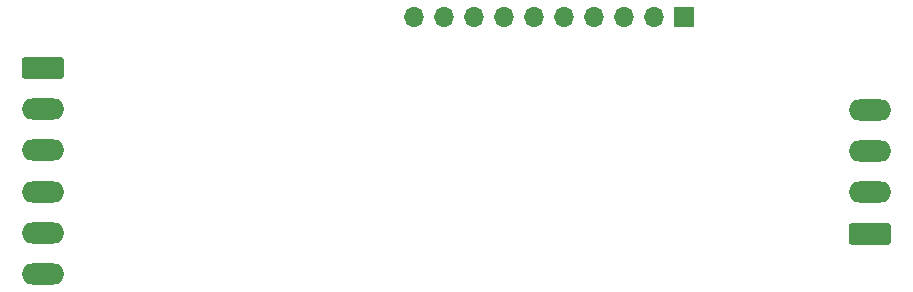
<source format=gbs>
%TF.GenerationSoftware,KiCad,Pcbnew,9.0.3*%
%TF.CreationDate,2025-12-31T10:25:08+01:00*%
%TF.ProjectId,REG1-App-OneWire,52454731-2d41-4707-902d-4f6e65576972,V01.10*%
%TF.SameCoordinates,Original*%
%TF.FileFunction,Soldermask,Bot*%
%TF.FilePolarity,Negative*%
%FSLAX46Y46*%
G04 Gerber Fmt 4.6, Leading zero omitted, Abs format (unit mm)*
G04 Created by KiCad (PCBNEW 9.0.3) date 2025-12-31 10:25:08*
%MOMM*%
%LPD*%
G01*
G04 APERTURE LIST*
G04 Aperture macros list*
%AMRoundRect*
0 Rectangle with rounded corners*
0 $1 Rounding radius*
0 $2 $3 $4 $5 $6 $7 $8 $9 X,Y pos of 4 corners*
0 Add a 4 corners polygon primitive as box body*
4,1,4,$2,$3,$4,$5,$6,$7,$8,$9,$2,$3,0*
0 Add four circle primitives for the rounded corners*
1,1,$1+$1,$2,$3*
1,1,$1+$1,$4,$5*
1,1,$1+$1,$6,$7*
1,1,$1+$1,$8,$9*
0 Add four rect primitives between the rounded corners*
20,1,$1+$1,$2,$3,$4,$5,0*
20,1,$1+$1,$4,$5,$6,$7,0*
20,1,$1+$1,$6,$7,$8,$9,0*
20,1,$1+$1,$8,$9,$2,$3,0*%
G04 Aperture macros list end*
%ADD10RoundRect,0.250000X-1.550000X0.650000X-1.550000X-0.650000X1.550000X-0.650000X1.550000X0.650000X0*%
%ADD11O,3.600000X1.800000*%
%ADD12RoundRect,0.250000X1.550000X-0.650000X1.550000X0.650000X-1.550000X0.650000X-1.550000X-0.650000X0*%
%ADD13R,1.700000X1.700000*%
%ADD14O,1.700000X1.700000*%
G04 APERTURE END LIST*
D10*
%TO.C,J10*%
X76500000Y-98600000D03*
D11*
X76500000Y-102100000D03*
X76500000Y-105600000D03*
X76500000Y-109100000D03*
X76500000Y-112600000D03*
X76500000Y-116100000D03*
%TD*%
D12*
%TO.C,J2*%
X146500000Y-112660000D03*
D11*
X146500000Y-109160000D03*
X146500000Y-105660000D03*
X146500000Y-102160000D03*
%TD*%
D13*
%TO.C,J1*%
X130760000Y-94300000D03*
D14*
X128220000Y-94300000D03*
X125680000Y-94300000D03*
X123140000Y-94300000D03*
X120600000Y-94300000D03*
X118060000Y-94300000D03*
X115520000Y-94300000D03*
X112980000Y-94300000D03*
X110440000Y-94300000D03*
X107900000Y-94300000D03*
%TD*%
M02*

</source>
